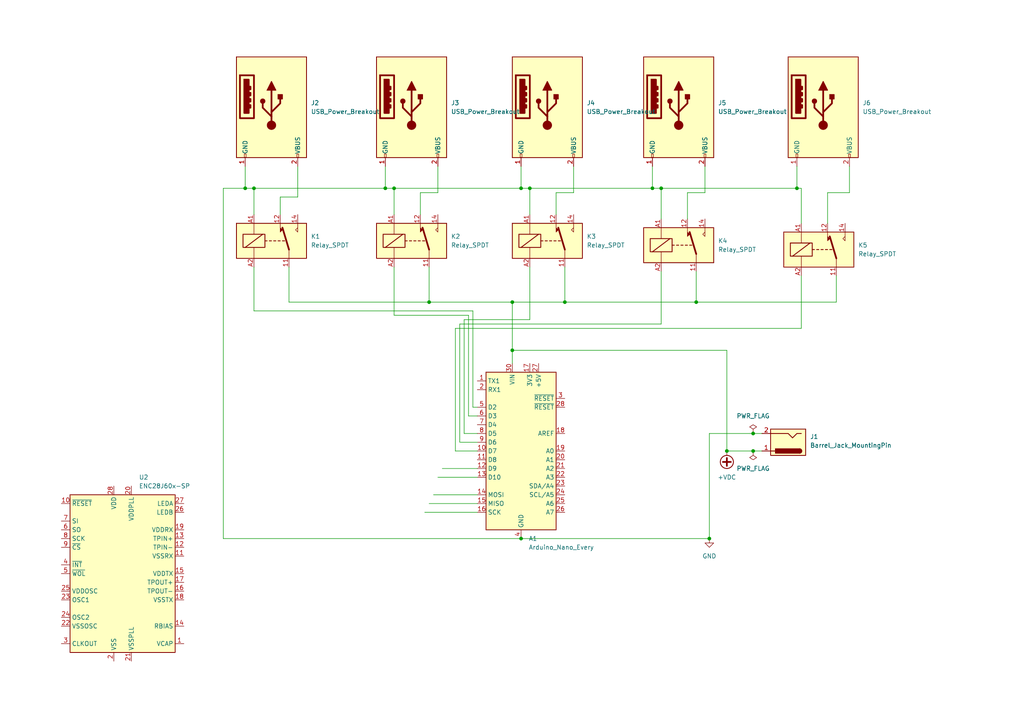
<source format=kicad_sch>
(kicad_sch (version 20230121) (generator eeschema)
  (paper "A4")
  (title_block (title "Pi Fence") (date "2023-09-15") (rev "0.1"))
  (lib_symbols
    (symbol "Connector:Barrel_Jack" (pin_names (offset 1.016))
      (property "Reference" "J" (at 0 5.334 0))
      (property "Value" "Barrel_Jack" (at 0 -5.08 0))
      (symbol "Barrel_Jack_0_1"
        (rectangle (start -5.08 3.81) (end 5.08 -3.81) (stroke (width 0.254)) (fill (type background)))
        (arc (start -3.302 3.175) (mid -3.9343 2.54) (end -3.302 1.905) (stroke (width 0.254)))
        (arc (start -3.302 3.175) (mid -3.9343 2.54) (end -3.302 1.905) (stroke (width 0.254)) (fill (type outline)))
        (polyline (pts (xy 5.08 2.54) (xy 3.81 2.54)) (stroke (width 0.254)))
        (polyline (pts (xy -3.81 -2.54) (xy -2.54 -2.54) (xy -1.27 -1.27) (xy 0 -2.54) (xy 2.54 -2.54) (xy 5.08 -2.54)) (stroke (width 0.254)))
        (rectangle (start 3.683 3.175) (end -3.302 1.905) (stroke (width 0.254)) (fill (type outline)))
      )
      (symbol "Barrel_Jack_1_1"
        (pin passive line (at 7.62 2.54 180) (length 2.54) (name "~") (number "1"))
        (pin passive line (at 7.62 -2.54 180) (length 2.54) (name "~") (number "2"))
      )
    )
    (symbol "Interface_Ethernet:ENC28J60x-SP"
      (property "Reference" "U" (at -13.97 24.13 0))
      (property "Value" "ENC28J60x-SP" (at 5.08 24.13 0))
      (symbol "ENC28J60x-SP_0_1"
        (rectangle (start -15.24 22.86) (end 15.24 -22.86) (stroke (width 0.254)) (fill (type background)))
      )
      (symbol "ENC28J60x-SP_1_1"
        (pin input line (at 17.78 -20.32 180) (length 2.54) (name "VCAP") (number "1"))
        (pin input line (at -17.78 20.32 0) (length 2.54) (name "~{RESET}") (number "10"))
        (pin power_in line (at 17.78 5.08 180) (length 2.54) (name "VSSRX") (number "11"))
        (pin input line (at 17.78 7.62 180) (length 2.54) (name "TPIN-") (number "12"))
        (pin input line (at 17.78 10.16 180) (length 2.54) (name "TPIN+") (number "13"))
        (pin input line (at 17.78 -15.24 180) (length 2.54) (name "RBIAS") (number "14"))
        (pin power_in line (at 17.78 0 180) (length 2.54) (name "VDDTX") (number "15"))
        (pin output line (at 17.78 -5.08 180) (length 2.54) (name "TPOUT-") (number "16"))
        (pin output line (at 17.78 -2.54 180) (length 2.54) (name "TPOUT+") (number "17"))
        (pin power_in line (at 17.78 -7.62 180) (length 2.54) (name "VSSTX") (number "18"))
        (pin power_in line (at 17.78 12.7 180) (length 2.54) (name "VDDRX") (number "19"))
        (pin power_in line (at -2.54 -25.4 90) (length 2.54) (name "VSS") (number "2"))
        (pin power_in line (at 2.54 25.4 270) (length 2.54) (name "VDDPLL") (number "20"))
        (pin power_in line (at 2.54 -25.4 90) (length 2.54) (name "VSSPLL") (number "21"))
        (pin power_in line (at -17.78 -15.24 0) (length 2.54) (name "VSSOSC") (number "22"))
        (pin input line (at -17.78 -7.62 0) (length 2.54) (name "OSC1") (number "23"))
        (pin input line (at -17.78 -12.7 0) (length 2.54) (name "OSC2") (number "24"))
        (pin power_in line (at -17.78 -5.08 0) (length 2.54) (name "VDDOSC") (number "25"))
        (pin output line (at 17.78 17.78 180) (length 2.54) (name "LEDB") (number "26"))
        (pin output line (at 17.78 20.32 180) (length 2.54) (name "LEDA") (number "27"))
        (pin power_in line (at -2.54 25.4 270) (length 2.54) (name "VDD") (number "28"))
        (pin output line (at -17.78 -20.32 0) (length 2.54) (name "CLKOUT") (number "3"))
        (pin output line (at -17.78 2.54 0) (length 2.54) (name "~{INT}") (number "4"))
        (pin output line (at -17.78 0 0) (length 2.54) (name "~{WOL}") (number "5"))
        (pin output line (at -17.78 12.7 0) (length 2.54) (name "SO") (number "6"))
        (pin input line (at -17.78 15.24 0) (length 2.54) (name "SI") (number "7"))
        (pin input line (at -17.78 10.16 0) (length 2.54) (name "SCK") (number "8"))
        (pin input line (at -17.78 7.62 0) (length 2.54) (name "~{CS}") (number "9"))
      )
    )
    (symbol "MCU_Module:Arduino_Nano_Every"
      (property "Reference" "A" (at -10.16 23.495 0))
      (property "Value" "Arduino_Nano_Every" (at 5.08 -24.13 0))
      (symbol "Arduino_Nano_Every_0_1"
        (rectangle (start -10.16 22.86) (end 10.16 -22.86) (stroke (width 0.254)) (fill (type background)))
      )
      (symbol "Arduino_Nano_Every_1_1"
        (pin bidirectional line (at -12.7 20.32 0) (length 2.54) (name "TX1") (number "1"))
        (pin bidirectional line (at -12.7 0 0) (length 2.54) (name "D7") (number "10"))
        (pin bidirectional line (at -12.7 -2.54 0) (length 2.54) (name "D8") (number "11"))
        (pin bidirectional line (at -12.7 -5.08 0) (length 2.54) (name "D9") (number "12"))
        (pin bidirectional line (at -12.7 -7.62 0) (length 2.54) (name "D10") (number "13"))
        (pin bidirectional line (at -12.7 -12.7 0) (length 2.54) (name "MOSI") (number "14"))
        (pin bidirectional line (at -12.7 -15.24 0) (length 2.54) (name "MISO") (number "15"))
        (pin bidirectional line (at -12.7 -17.78 0) (length 2.54) (name "SCK") (number "16"))
        (pin power_out line (at 2.54 25.4 270) (length 2.54) (name "3V3") (number "17"))
        (pin input line (at 12.7 5.08 180) (length 2.54) (name "AREF") (number "18"))
        (pin bidirectional line (at 12.7 0 180) (length 2.54) (name "A0") (number "19"))
        (pin bidirectional line (at -12.7 17.78 0) (length 2.54) (name "RX1") (number "2"))
        (pin bidirectional line (at 12.7 -2.54 180) (length 2.54) (name "A1") (number "20"))
        (pin bidirectional line (at 12.7 -5.08 180) (length 2.54) (name "A2") (number "21"))
        (pin bidirectional line (at 12.7 -7.62 180) (length 2.54) (name "A3") (number "22"))
        (pin bidirectional line (at 12.7 -10.16 180) (length 2.54) (name "SDA/A4") (number "23"))
        (pin bidirectional line (at 12.7 -12.7 180) (length 2.54) (name "SCL/A5") (number "24"))
        (pin bidirectional line (at 12.7 -15.24 180) (length 2.54) (name "A6") (number "25"))
        (pin bidirectional line (at 12.7 -17.78 180) (length 2.54) (name "A7") (number "26"))
        (pin power_out line (at 5.08 25.4 270) (length 2.54) (name "+5V") (number "27"))
        (pin input line (at 12.7 12.7 180) (length 2.54) (name "~{RESET}") (number "28"))
        (pin passive line (at 0 -25.4 90) (length 2.54) hide (name "GND") (number "29"))
        (pin input line (at 12.7 15.24 180) (length 2.54) (name "~{RESET}") (number "3"))
        (pin power_in line (at -2.54 25.4 270) (length 2.54) (name "VIN") (number "30"))
        (pin power_in line (at 0 -25.4 90) (length 2.54) (name "GND") (number "4"))
        (pin bidirectional line (at -12.7 12.7 0) (length 2.54) (name "D2") (number "5"))
        (pin bidirectional line (at -12.7 10.16 0) (length 2.54) (name "D3") (number "6"))
        (pin bidirectional line (at -12.7 7.62 0) (length 2.54) (name "D4") (number "7"))
        (pin bidirectional line (at -12.7 5.08 0) (length 2.54) (name "D5") (number "8"))
        (pin bidirectional line (at -12.7 2.54 0) (length 2.54) (name "D6") (number "9"))
      )
    )
    (symbol "New_Library:USB_Power_Breakout" (pin_names (offset 1.016))
      (property "Reference" "J" (at -9.8552 13.5636 0))
      (property "Value" "USB_Power_Breakout" (at 9.9568 14.3764 0))
      (symbol "USB_Power_Breakout_0_0"
        (rectangle (start -9.144 8.636) (end -5.08 -3.81) (stroke (width 0.508)))
        (rectangle (start -7.874 -14.1732) (end -7.366 -15.1892))
        (rectangle (start -7.874 7.366) (end -6.604 -2.286) (stroke (width 0.508)) (fill (type outline)))
        (rectangle (start -6.35 0) (end -6.096 -0.762) (stroke (width 0.508)))
        (rectangle (start -6.35 1.778) (end -6.096 1.016) (stroke (width 0.508)))
        (rectangle (start -6.35 3.556) (end -6.096 2.794) (stroke (width 0.508)))
        (rectangle (start -6.35 5.334) (end -6.096 4.572) (stroke (width 0.508)))
        (rectangle (start 7.366 -14.1986) (end 7.874 -15.2146))
      )
      (symbol "USB_Power_Breakout_0_1"
        (rectangle (start -10.16 13.97) (end 10.16 -15.24) (stroke (width 0.254)) (fill (type background)))
      )
      (symbol "USB_Power_Breakout_1_1"
        (circle (center -2.54 1.143) (radius 0.635) (stroke (width 0.254)) (fill (type outline)))
        (circle (center 0 -5.842) (radius 1.27) (fill (type outline)))
        (polyline (pts (xy 0 -5.842) (xy 0 4.318)) (stroke (width 0.508)))
        (polyline (pts (xy 0 -3.302) (xy -2.54 -0.762) (xy -2.54 0.508)) (stroke (width 0.508)))
        (polyline (pts (xy 0 -2.032) (xy 2.54 0.508) (xy 2.54 1.778)) (stroke (width 0.508)))
        (polyline (pts (xy -1.27 4.318) (xy 0 6.858) (xy 1.27 4.318) (xy -1.27 4.318)) (stroke (width 0.254)) (fill (type outline)))
        (rectangle (start 1.905 1.778) (end 3.175 3.048) (stroke (width 0.254)) (fill (type outline)))
        (pin power_in line (at -7.62 -17.78 90) (length 2.54) (name "GND") (number "1"))
        (pin power_in line (at 7.62 -17.78 90) (length 2.54) (name "VBUS") (number "2"))
      )
    )
    (symbol "Relay:Relay_SPDT"
      (property "Reference" "K" (at 11.43 3.81 0))
      (property "Value" "Relay_SPDT" (at 11.43 1.27 0))
      (symbol "Relay_SPDT_0_0"
        (polyline (pts (xy 7.62 5.08) (xy 7.62 2.54) (xy 6.985 3.175) (xy 7.62 3.81)))
      )
      (symbol "Relay_SPDT_0_1"
        (rectangle (start -10.16 5.08) (end 10.16 -5.08) (stroke (width 0.254)) (fill (type background)))
        (rectangle (start -8.255 1.905) (end -1.905 -1.905) (stroke (width 0.254)))
        (polyline (pts (xy -7.62 -1.905) (xy -2.54 1.905)) (stroke (width 0.254)))
        (polyline (pts (xy -5.08 -5.08) (xy -5.08 -1.905)))
        (polyline (pts (xy -5.08 5.08) (xy -5.08 1.905)))
        (polyline (pts (xy -1.905 0) (xy -1.27 0)) (stroke (width 0.254)))
        (polyline (pts (xy -0.635 0) (xy 0 0)) (stroke (width 0.254)))
        (polyline (pts (xy 0.635 0) (xy 1.27 0)) (stroke (width 0.254)))
        (polyline (pts (xy 1.905 0) (xy 2.54 0)) (stroke (width 0.254)))
        (polyline (pts (xy 3.175 0) (xy 3.81 0)) (stroke (width 0.254)))
        (polyline (pts (xy 5.08 -2.54) (xy 3.175 3.81)) (stroke (width 0.508)))
        (polyline (pts (xy 5.08 -2.54) (xy 5.08 -5.08)))
        (polyline (pts (xy 2.54 5.08) (xy 2.54 2.54) (xy 3.175 3.175) (xy 2.54 3.81)) (fill (type outline)))
      )
      (symbol "Relay_SPDT_1_1"
        (pin passive line (at 5.08 -7.62 90) (length 2.54) (name "~") (number "11"))
        (pin passive line (at 2.54 7.62 270) (length 2.54) (name "~") (number "12"))
        (pin passive line (at 7.62 7.62 270) (length 2.54) (name "~") (number "14"))
        (pin passive line (at -5.08 7.62 270) (length 2.54) (name "~") (number "A1"))
        (pin passive line (at -5.08 -7.62 90) (length 2.54) (name "~") (number "A2"))
      )
    )
    (symbol "USB_Power_Breakout_1" (pin_names (offset 1.016))
      (property "Reference" "J" (at -9.8552 13.5636 0))
      (property "Value" "USB_Power_Breakout" (at 9.9568 14.3764 0))
      (symbol "USB_Power_Breakout_1_0_0"
        (rectangle (start -9.144 8.636) (end -5.08 -3.81) (stroke (width 0.508)))
        (rectangle (start -7.874 -14.1732) (end -7.366 -15.1892))
        (rectangle (start -7.874 7.366) (end -6.604 -2.286) (stroke (width 0.508)) (fill (type outline)))
        (rectangle (start -6.35 0) (end -6.096 -0.762) (stroke (width 0.508)))
        (rectangle (start -6.35 1.778) (end -6.096 1.016) (stroke (width 0.508)))
        (rectangle (start -6.35 3.556) (end -6.096 2.794) (stroke (width 0.508)))
        (rectangle (start -6.35 5.334) (end -6.096 4.572) (stroke (width 0.508)))
        (rectangle (start 7.366 -14.1986) (end 7.874 -15.2146))
      )
      (symbol "USB_Power_Breakout_1_0_1"
        (rectangle (start -10.16 13.97) (end 10.16 -15.24) (stroke (width 0.254)) (fill (type background)))
      )
      (symbol "USB_Power_Breakout_1_1_1"
        (circle (center -2.54 1.143) (radius 0.635) (stroke (width 0.254)) (fill (type outline)))
        (circle (center 0 -5.842) (radius 1.27) (fill (type outline)))
        (polyline (pts (xy 0 -5.842) (xy 0 4.318)) (stroke (width 0.508)))
        (polyline (pts (xy 0 -3.302) (xy -2.54 -0.762) (xy -2.54 0.508)) (stroke (width 0.508)))
        (polyline (pts (xy 0 -2.032) (xy 2.54 0.508) (xy 2.54 1.778)) (stroke (width 0.508)))
        (polyline (pts (xy -1.27 4.318) (xy 0 6.858) (xy 1.27 4.318) (xy -1.27 4.318)) (stroke (width 0.254)) (fill (type outline)))
        (rectangle (start 1.905 1.778) (end 3.175 3.048) (stroke (width 0.254)) (fill (type outline)))
        (pin power_in line (at -7.62 -17.78 90) (length 2.54) (name "GND") (number "1"))
        (pin power_in line (at 7.62 -17.78 90) (length 2.54) (name "VBUS") (number "2"))
      )
    )
    (symbol "power:+VDC" (power) (pin_names (offset 0))
      (property "Value" "+VDC" (at 0 6.35 0))
      (symbol "+VDC_0_1"
        (polyline (pts (xy -1.143 3.175) (xy 1.143 3.175)) (stroke (width 0.508)))
        (polyline (pts (xy 0 0) (xy 0 1.27)))
        (polyline (pts (xy 0 2.032) (xy 0 4.318)) (stroke (width 0.508)))
        (circle (center 0 3.175) (radius 1.905) (stroke (width 0.254)))
      )
      (symbol "+VDC_1_1"
        (pin power_in line (at 0 0 90) (length 0) hide (name "+VDC") (number "1"))
      )
    )
    (symbol "power:GND" (power) (pin_names (offset 0))
      (property "Value" "GND" (at 0 -3.81 0))
      (symbol "GND_0_1"
        (polyline (pts (xy 0 0) (xy 0 -1.27) (xy 1.27 -1.27) (xy 0 -2.54) (xy -1.27 -1.27) (xy 0 -1.27)))
      )
      (symbol "GND_1_1"
        (pin power_in line (at 0 0 270) (length 0) hide (name "GND") (number "1"))
      )
    )
    (symbol "power:PWR_FLAG" (power) (pin_numbers hide) (pin_names (offset 0) hide)
      (property "Value" "PWR_FLAG" (at 0 3.81 0))
      (symbol "PWR_FLAG_0_0"
        (pin power_out line (at 0 0 90) (length 0) (name "pwr") (number "1"))
      )
      (symbol "PWR_FLAG_0_1"
        (polyline (pts (xy 0 0) (xy 0 1.27) (xy -1.016 1.905) (xy 0 2.54) (xy 1.016 1.905) (xy 0 1.27)))
      )
    )
  )
  (junction (at 218.44 125.73))
  (junction (at 153.67 54.61))
  (junction (at 148.59 101.6))
  (junction (at 189.23 54.61))
  (junction (at 151.13 156.21))
  (junction (at 191.77 54.61))
  (junction (at 218.44 130.81))
  (junction (at 124.46 87.63))
  (junction (at 231.14 54.61))
  (junction (at 111.76 54.61))
  (junction (at 148.59 87.63))
  (junction (at 163.83 87.63))
  (junction (at 210.82 130.81))
  (junction (at 71.12 54.61))
  (junction (at 73.66 54.61))
  (junction (at 201.93 87.63))
  (junction (at 114.3 54.61))
  (junction (at 205.74 156.21))
  (junction (at 151.13 54.61))
  (wire (pts (xy 121.92 62.23) (xy 121.92 55.88)))
  (wire (pts (xy 231.14 48.26) (xy 231.14 54.61)))
  (wire (pts (xy 64.77 54.61) (xy 71.12 54.61)))
  (wire (pts (xy 127 138.43) (xy 138.43 138.43)))
  (wire (pts (xy 71.12 48.26) (xy 71.12 54.61)))
  (wire (pts (xy 137.16 118.11) (xy 137.16 90.17)))
  (wire (pts (xy 135.89 91.44) (xy 114.3 91.44)))
  (wire (pts (xy 114.3 77.47) (xy 114.3 91.44)))
  (wire (pts (xy 163.83 77.47) (xy 163.83 87.63)))
  (wire (pts (xy 161.29 55.88) (xy 166.37 55.88)))
  (wire (pts (xy 138.43 118.11) (xy 137.16 118.11)))
  (wire (pts (xy 210.82 101.6) (xy 210.82 130.81)))
  (wire (pts (xy 125.73 143.51) (xy 138.43 143.51)))
  (wire (pts (xy 153.67 54.61) (xy 189.23 54.61)))
  (wire (pts (xy 191.77 54.61) (xy 191.77 63.5)))
  (wire (pts (xy 73.66 77.47) (xy 73.66 90.17)))
  (wire (pts (xy 189.23 48.26) (xy 189.23 54.61)))
  (wire (pts (xy 204.47 55.88) (xy 204.47 48.26)))
  (wire (pts (xy 132.08 95.25) (xy 232.41 95.25)))
  (wire (pts (xy 124.46 77.47) (xy 124.46 87.63)))
  (wire (pts (xy 151.13 54.61) (xy 153.67 54.61)))
  (wire (pts (xy 123.19 148.59) (xy 138.43 148.59)))
  (wire (pts (xy 114.3 54.61) (xy 151.13 54.61)))
  (wire (pts (xy 138.43 128.27) (xy 133.35 128.27)))
  (wire (pts (xy 121.92 55.88) (xy 127 55.88)))
  (wire (pts (xy 163.83 87.63) (xy 201.93 87.63)))
  (wire (pts (xy 231.14 54.61) (xy 232.41 54.61)))
  (wire (pts (xy 232.41 80.01) (xy 232.41 95.25)))
  (wire (pts (xy 191.77 78.74) (xy 191.77 93.98)))
  (wire (pts (xy 86.36 57.15) (xy 81.28 57.15)))
  (wire (pts (xy 205.74 125.73) (xy 205.74 156.21)))
  (wire (pts (xy 73.66 54.61) (xy 111.76 54.61)))
  (wire (pts (xy 199.39 55.88) (xy 204.47 55.88)))
  (wire (pts (xy 127 55.88) (xy 127 48.26)))
  (wire (pts (xy 134.62 92.71) (xy 134.62 125.73)))
  (wire (pts (xy 189.23 54.61) (xy 191.77 54.61)))
  (wire (pts (xy 161.29 62.23) (xy 161.29 55.88)))
  (wire (pts (xy 148.59 101.6) (xy 148.59 87.63)))
  (wire (pts (xy 199.39 63.5) (xy 199.39 55.88)))
  (wire (pts (xy 86.36 48.26) (xy 86.36 57.15)))
  (wire (pts (xy 148.59 105.41) (xy 148.59 101.6)))
  (wire (pts (xy 138.43 120.65) (xy 135.89 120.65)))
  (wire (pts (xy 201.93 78.74) (xy 201.93 87.63)))
  (wire (pts (xy 218.44 125.73) (xy 205.74 125.73)))
  (wire (pts (xy 114.3 54.61) (xy 114.3 62.23)))
  (wire (pts (xy 201.93 87.63) (xy 242.57 87.63)))
  (wire (pts (xy 124.46 146.05) (xy 138.43 146.05)))
  (wire (pts (xy 133.35 93.98) (xy 191.77 93.98)))
  (wire (pts (xy 81.28 57.15) (xy 81.28 62.23)))
  (wire (pts (xy 138.43 130.81) (xy 132.08 130.81)))
  (wire (pts (xy 220.98 125.73) (xy 218.44 125.73)))
  (wire (pts (xy 111.76 48.26) (xy 111.76 54.61)))
  (wire (pts (xy 71.12 54.61) (xy 73.66 54.61)))
  (wire (pts (xy 83.82 77.47) (xy 83.82 87.63)))
  (wire (pts (xy 240.03 64.77) (xy 240.03 55.88)))
  (wire (pts (xy 64.77 54.61) (xy 64.77 156.21)))
  (wire (pts (xy 191.77 54.61) (xy 231.14 54.61)))
  (wire (pts (xy 210.82 130.81) (xy 218.44 130.81)))
  (wire (pts (xy 151.13 48.26) (xy 151.13 54.61)))
  (wire (pts (xy 137.16 90.17) (xy 73.66 90.17)))
  (wire (pts (xy 132.08 130.81) (xy 132.08 95.25)))
  (wire (pts (xy 111.76 54.61) (xy 114.3 54.61)))
  (wire (pts (xy 135.89 120.65) (xy 135.89 91.44)))
  (wire (pts (xy 148.59 87.63) (xy 124.46 87.63)))
  (wire (pts (xy 240.03 55.88) (xy 246.38 55.88)))
  (wire (pts (xy 148.59 101.6) (xy 210.82 101.6)))
  (wire (pts (xy 242.57 80.01) (xy 242.57 87.63)))
  (wire (pts (xy 138.43 135.89) (xy 128.27 135.89)))
  (wire (pts (xy 148.59 87.63) (xy 163.83 87.63)))
  (wire (pts (xy 153.67 77.47) (xy 153.67 92.71)))
  (wire (pts (xy 205.74 156.21) (xy 151.13 156.21)))
  (wire (pts (xy 73.66 54.61) (xy 73.66 62.23)))
  (wire (pts (xy 246.38 55.88) (xy 246.38 48.26)))
  (wire (pts (xy 124.46 87.63) (xy 83.82 87.63)))
  (wire (pts (xy 134.62 92.71) (xy 153.67 92.71)))
  (wire (pts (xy 133.35 128.27) (xy 133.35 93.98)))
  (wire (pts (xy 153.67 54.61) (xy 153.67 62.23)))
  (wire (pts (xy 166.37 55.88) (xy 166.37 48.26)))
  (wire (pts (xy 218.44 130.81) (xy 220.98 130.81)))
  (wire (pts (xy 64.77 156.21) (xy 151.13 156.21)))
  (wire (pts (xy 138.43 125.73) (xy 134.62 125.73)))
  (wire (pts (xy 232.41 54.61) (xy 232.41 64.77)))
  (symbol (lib_id "New_Library:USB_Power_Breakout") (at 196.85 30.48 0) (unit 1)
    (property "Reference" "J5" (at 208.28 29.845 0) (effects (justify left)))
    (property "Value" "USB_Power_Breakout" (at 208.28 32.385 0) (effects (justify left)))
    (property "Footprint" "Home:USB_Breakout_Board" (effects hide))
  )
  (symbol (lib_id "power:PWR_FLAG") (at 218.44 130.81 180) (unit 1)
    (property "Reference" "#FLG02" (effects hide))
    (property "Value" "PWR_FLAG" (at 218.44 135.89 0))
  )
  (symbol (lib_id "power:+VDC") (at 210.82 130.81 180) (unit 1)
    (property "Reference" "#PWR01" (effects hide))
    (property "Value" "+VDC" (at 210.82 138.43 0))
  )
  (symbol (lib_id "Relay:Relay_SPDT") (at 119.38 69.85 0) (unit 1)
    (property "Reference" "K2" (at 130.81 68.58 0) (effects (justify left)))
    (property "Value" "Relay_SPDT" (at 130.81 71.12 0) (effects (justify left)))
    (property "Footprint" "Relay_THT:Relay_SPDT_Finder_36.11" (effects hide))
  )
  (symbol (lib_id "power:GND") (at 205.74 156.21 0) (unit 1)
    (property "Reference" "#PWR03" (effects hide))
    (property "Value" "GND" (at 205.74 161.29 0))
  )
  (symbol (lib_id "Connector:Barrel_Jack") (at 228.6 128.27 180) (unit 1)
    (property "Reference" "J1" (at 234.95 126.6444 0) (effects (justify right)))
    (property "Value" "Barrel_Jack_MountingPin" (at 234.95 129.1844 0) (effects (justify right)))
    (property "Footprint" "Connector_BarrelJack:BarrelJack_CUI_PJ-036AH-SMT_Horizontal" (effects hide))
  )
  (symbol (lib_id "Relay:Relay_SPDT") (at 158.75 69.85 0) (unit 1)
    (property "Reference" "K3" (at 170.18 68.58 0) (effects (justify left)))
    (property "Value" "Relay_SPDT" (at 170.18 71.12 0) (effects (justify left)))
    (property "Footprint" "Relay_THT:Relay_SPDT_Finder_36.11" (effects hide))
  )
  (symbol (lib_id "New_Library:USB_Power_Breakout") (at 158.75 30.48 0) (unit 1)
    (property "Reference" "J4" (at 170.18 29.845 0) (effects (justify left)))
    (property "Value" "USB_Power_Breakout" (at 170.18 32.385 0) (effects (justify left)))
    (property "Footprint" "Home:USB_Breakout_Board" (effects hide))
  )
  (symbol (lib_id "New_Library:USB_Power_Breakout") (at 78.74 30.48 0) (unit 1)
    (property "Reference" "J2" (at 90.17 29.845 0) (effects (justify left)))
    (property "Value" "USB_Power_Breakout" (at 90.17 32.385 0) (effects (justify left)))
    (property "Footprint" "Home:USB_Breakout_Board" (effects hide))
  )
  (symbol (lib_id "Interface_Ethernet:ENC28J60x-SP") (at 35.56 166.37 0) (unit 1)
    (property "Reference" "U2" (at 40.2941 138.43 0) (effects (justify left)))
    (property "Value" "ENC28J60x-SP" (at 40.2941 140.97 0) (effects (justify left)))
    (property "Footprint" "Package_DIP:DIP-28_W7.62mm" (effects hide))
    (property "Datasheet" "http://ww1.microchip.com/downloads/en/devicedoc/39662e.pdf" (effects hide))
  )
  (symbol (lib_id "Relay:Relay_SPDT") (at 237.49 72.39 0) (unit 1)
    (property "Reference" "K5" (at 248.92 71.12 0) (effects (justify left)))
    (property "Value" "Relay_SPDT" (at 248.92 73.66 0) (effects (justify left)))
    (property "Footprint" "Relay_THT:Relay_SPDT_Finder_36.11" (effects hide))
  )
  (symbol (lib_id "New_Library:USB_Power_Breakout") (at 119.38 30.48 0) (unit 1)
    (property "Reference" "J3" (at 130.81 29.845 0) (effects (justify left)))
    (property "Value" "USB_Power_Breakout" (at 130.81 32.385 0) (effects (justify left)))
    (property "Footprint" "Home:USB_Breakout_Board" (effects hide))
  )
  (symbol (lib_id "Relay:Relay_SPDT") (at 78.74 69.85 0) (unit 1)
    (property "Reference" "K1" (at 90.17 68.58 0) (effects (justify left)))
    (property "Value" "Relay_SPDT" (at 90.17 71.12 0) (effects (justify left)))
    (property "Footprint" "Relay_THT:Relay_SPDT_Finder_36.11" (effects hide))
  )
  (symbol (lib_id "power:PWR_FLAG") (at 218.44 125.73 0) (unit 1)
    (property "Reference" "#FLG01" (effects hide))
    (property "Value" "PWR_FLAG" (at 218.44 120.65 0))
  )
  (symbol (lib_id "MCU_Module:Arduino_Nano_Every") (at 151.13 130.81 0) (unit 1)
    (property "Reference" "A1" (at 153.3241 156.21 0) (effects (justify left)))
    (property "Value" "Arduino_Nano_Every" (at 153.3241 158.75 0) (effects (justify left)))
    (property "Footprint" "Module:Arduino_Nano" (effects hide))
    (property "Datasheet" "https://content.arduino.cc/assets/NANOEveryV3.0_sch.pdf" (effects hide))
  )
  (symbol (lib_name "USB_Power_Breakout_1") (lib_id "New_Library:USB_Power_Breakout") (at 238.76 30.48 0) (unit 1)
    (property "Reference" "J6" (at 250.19 29.845 0) (effects (justify left)))
    (property "Value" "USB_Power_Breakout" (at 250.19 32.385 0) (effects (justify left)))
    (property "Footprint" "Home:USB_Breakout_Board" (effects hide))
  )
  (symbol (lib_id "Relay:Relay_SPDT") (at 196.85 71.12 0) (unit 1)
    (property "Reference" "K4" (at 208.28 69.85 0) (effects (justify left)))
    (property "Value" "Relay_SPDT" (at 208.28 72.39 0) (effects (justify left)))
    (property "Footprint" "Relay_THT:Relay_SPDT_Finder_36.11" (effects hide))
  )
)
</source>
